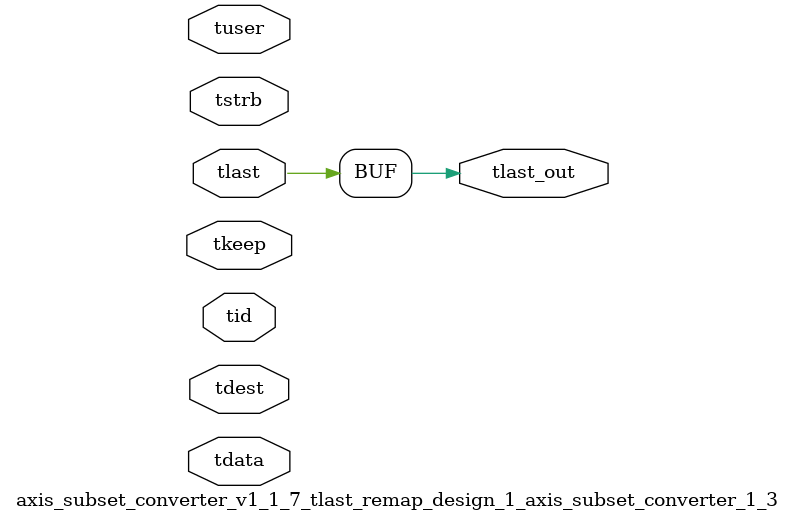
<source format=v>


`timescale 1ps/1ps

module axis_subset_converter_v1_1_7_tlast_remap_design_1_axis_subset_converter_1_3 #
(
parameter C_S_AXIS_TID_WIDTH   = 1,
parameter C_S_AXIS_TUSER_WIDTH = 0,
parameter C_S_AXIS_TDATA_WIDTH = 0,
parameter C_S_AXIS_TDEST_WIDTH = 0
)
(
input  [(C_S_AXIS_TID_WIDTH   == 0 ? 1 : C_S_AXIS_TID_WIDTH)-1:0       ] tid,
input  [(C_S_AXIS_TDATA_WIDTH == 0 ? 1 : C_S_AXIS_TDATA_WIDTH)-1:0     ] tdata,
input  [(C_S_AXIS_TUSER_WIDTH == 0 ? 1 : C_S_AXIS_TUSER_WIDTH)-1:0     ] tuser,
input  [(C_S_AXIS_TDEST_WIDTH == 0 ? 1 : C_S_AXIS_TDEST_WIDTH)-1:0     ] tdest,
input  [(C_S_AXIS_TDATA_WIDTH/8)-1:0 ] tkeep,
input  [(C_S_AXIS_TDATA_WIDTH/8)-1:0 ] tstrb,
input  [0:0]                                                             tlast,
output                                                                   tlast_out
);

assign tlast_out = {tlast[0]};

endmodule


</source>
